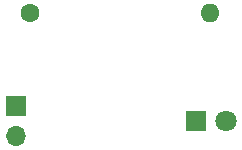
<source format=gbr>
%TF.GenerationSoftware,KiCad,Pcbnew,(6.0.9)*%
%TF.CreationDate,2023-01-23T14:00:59+05:30*%
%TF.ProjectId,simpleLED,73696d70-6c65-44c4-9544-2e6b69636164,rev?*%
%TF.SameCoordinates,Original*%
%TF.FileFunction,Soldermask,Bot*%
%TF.FilePolarity,Negative*%
%FSLAX46Y46*%
G04 Gerber Fmt 4.6, Leading zero omitted, Abs format (unit mm)*
G04 Created by KiCad (PCBNEW (6.0.9)) date 2023-01-23 14:00:59*
%MOMM*%
%LPD*%
G01*
G04 APERTURE LIST*
%ADD10R,1.800000X1.800000*%
%ADD11C,1.800000*%
%ADD12C,1.600000*%
%ADD13O,1.600000X1.600000*%
%ADD14R,1.700000X1.700000*%
%ADD15O,1.700000X1.700000*%
G04 APERTURE END LIST*
D10*
%TO.C,D1*%
X139700000Y-92710000D03*
D11*
X142240000Y-92710000D03*
%TD*%
D12*
%TO.C,R1*%
X125640000Y-83520000D03*
D13*
X140880000Y-83520000D03*
%TD*%
D14*
%TO.C,BT1*%
X124460000Y-91440000D03*
D15*
X124460000Y-93980000D03*
%TD*%
M02*

</source>
